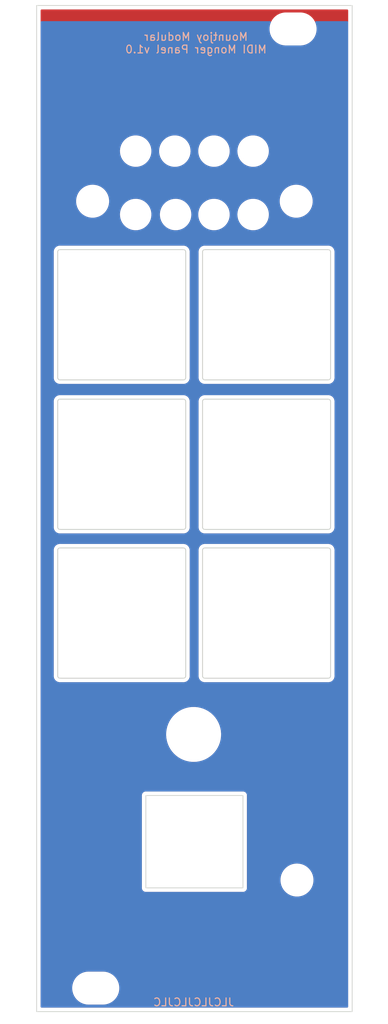
<source format=kicad_pcb>
(kicad_pcb (version 20211014) (generator pcbnew)
  (layers (0 "F.Cu" signal) (31 "B.Cu" signal) (34 "B.Paste" user) (35 "F.Paste" user) (36 "B.SilkS" user "B.Silkscreen") (37 "F.SilkS" user "F.Silkscreen") (38 "B.Mask" user) (39 "F.Mask" user) (44 "Edge.Cuts" user))
  (net 0 "")
  (footprint "Custom_Footprints:LED_Hole_3mm" (layer "F.Cu") (at 113.5 47.6)
    (fp_text reference "Ref**" hide)
    (fp_text value "Subminiature_Switch" hide)
    (pad "" np_thru_hole circle locked (at 0 0) (size 3 3) (drill 3) (layers *.Cu *.Mask))
  )
  (footprint "Custom_Footprints:LED_Hole_3mm" (layer "F.Cu") (at 118.5 47.6)
    (fp_text reference "Ref**" hide)
    (fp_text value "Subminiature_Switch" hide)
    (pad "" np_thru_hole circle locked (at 0 0) (size 3 3) (drill 3) (layers *.Cu *.Mask))
  )
  (footprint "Custom_Footprints:LED_Hole_3mm" (layer "F.Cu") (at 108.5 55.7)
    (fp_text reference "Ref**" hide)
    (fp_text value "Subminiature_Switch" hide)
    (pad "" np_thru_hole circle locked (at 0 0) (size 3 3) (drill 3) (layers *.Cu *.Mask))
  )
  (footprint "Custom_Footprints:LED_Hole_3mm" (layer "F.Cu") (at 118.5 55.7)
    (fp_text reference "Ref**" hide)
    (fp_text value "Subminiature_Switch" hide)
    (pad "" np_thru_hole circle locked (at 0 0) (size 3 3) (drill 3) (layers *.Cu *.Mask))
  )
  (footprint "Custom_Footprints:LED_Hole_3mm" (layer "F.Cu") (at 108.5 47.6)
    (fp_text reference "Ref**" hide)
    (fp_text value "Subminiature_Switch" hide)
    (pad "" np_thru_hole circle locked (at 0 0) (size 3 3) (drill 3) (layers *.Cu *.Mask))
  )
  (footprint "Custom_Footprints:LED_Hole_3mm" (layer "F.Cu") (at 123.5 47.6)
    (fp_text reference "Ref**" hide)
    (fp_text value "Subminiature_Switch" hide)
    (pad "" np_thru_hole circle locked (at 0 0) (size 3 3) (drill 3) (layers *.Cu *.Mask))
  )
  (footprint "Custom_Footprints:LED_Hole_3mm" (layer "F.Cu") (at 113.6 55.7)
    (fp_text reference "Ref**" hide)
    (fp_text value "Subminiature_Switch" hide)
    (pad "" np_thru_hole circle locked (at 0 0) (size 3 3) (drill 3) (layers *.Cu *.Mask))
  )
  (footprint "Custom_Footprints:LED_Hole_3mm" (layer "F.Cu") (at 123.5 55.7)
    (fp_text reference "Ref**" hide)
    (fp_text value "Subminiature_Switch" hide)
    (pad "" np_thru_hole circle locked (at 0 0) (size 3 3) (drill 3) (layers *.Cu *.Mask))
  )
  (footprint "Custom_Footprints:Oval_Mounting_Hole" (layer "F.Cu") (at 103.4 154.5)
    (fp_text reference "Ref**" hide)
    (fp_text value "Oval_Mounting_Hole" hide)
    (pad "" np_thru_hole oval locked (at 0 0) (size 5 3.2) (drill oval 5 3.2) (layers *.Cu *.Mask))
  )
  (footprint "Custom_Footprints:Oval_Mounting_Hole" (layer "F.Cu") (at 128.6 32)
    (fp_text reference "Ref**" hide)
    (fp_text value "Oval_Mounting_Hole" hide)
    (pad "" np_thru_hole oval locked (at 0 0) (size 5 3.2) (drill oval 5 3.2) (layers *.Cu *.Mask))
  )
  (footprint "MIDI_Monger_logos:MongerText" (layer "F.Cu") (at 115.502509 38.0641)
    (fp_text reference "G***" hide)
    (fp_text value "LOGO" hide)
  )
  (footprint "MIDI_Monger_logos:MIDIText" (layer "F.Cu") (at 106.9 34.3)
    (fp_text reference "G***" hide)
    (fp_text value "LOGO" hide)
  )
  (footprint "Custom_Footprints:RJ45_Molex_42878-8506_Mounting_Hole" (layer "F.Cu") (at 106.7 87.6)
    (fp_text reference "FM_In" hide)
    (fp_text value "RJ45_Molex_42878-8506_Mounting_Hole")
    (fp_line (start -8.16 -8.02) (end -8.16 8.02) (layer "Edge.Cuts") (width 0.12))
    (fp_line (start 7.88 8.32) (end -7.88 8.32) (layer "Edge.Cuts") (width 0.12))
    (fp_line (start 8.19 -8.02) (end 8.19 8.02) (layer "Edge.Cuts") (width 0.12))
    (fp_line (start 7.88 -8.32) (end -7.88 -8.32) (layer "Edge.Cuts") (width 0.12))
    (fp_arc (start -7.88 8.32) (mid -8.081749 8.227632) (end -8.16 8.02) (layer "Edge.Cuts") (width 0.12))
    (fp_arc (start 7.88 -8.32) (mid 8.096622 -8.233665) (end 8.19 -8.02) (layer "Edge.Cuts") (width 0.12))
    (fp_arc (start -8.16 -8.02) (mid -8.081443 -8.227347) (end -7.88 -8.32) (layer "Edge.Cuts") (width 0.12))
    (fp_arc (start 8.19 8.02) (mid 8.100917 8.238111) (end 7.88 8.32) (layer "Edge.Cuts") (width 0.12))
  )
  (footprint "Custom_Footprints:RJ45_Molex_42878-8506_Mounting_Hole" (layer "F.Cu") (at 125.2 87.6)
    (fp_text reference "FM_In" hide)
    (fp_text value "RJ45_Molex_42878-8506_Mounting_Hole")
    (fp_line (start -8.16 -8.02) (end -8.16 8.02) (layer "Edge.Cuts") (width 0.12))
    (fp_line (start 7.88 8.32) (end -7.88 8.32) (layer "Edge.Cuts") (width 0.12))
    (fp_line (start 8.19 -8.02) (end 8.19 8.02) (layer "Edge.Cuts") (width 0.12))
    (fp_line (start 7.88 -8.32) (end -7.88 -8.32) (layer "Edge.Cuts") (width 0.12))
    (fp_arc (start -7.88 8.32) (mid -8.081749 8.227632) (end -8.16 8.02) (layer "Edge.Cuts") (width 0.12))
    (fp_arc (start 7.88 -8.32) (mid 8.096622 -8.233665) (end 8.19 -8.02) (layer "Edge.Cuts") (width 0.12))
    (fp_arc (start -8.16 -8.02) (mid -8.081443 -8.227347) (end -7.88 -8.32) (layer "Edge.Cuts") (width 0.12))
    (fp_arc (start 8.19 8.02) (mid 8.100917 8.238111) (end 7.88 8.32) (layer "Edge.Cuts") (width 0.12))
  )
  (footprint "Custom_Footprints:Thonkiconn_Socket_MountingHole_6mm" (layer "F.Cu") (at 115.9 122.1 180)
    (fp_text reference "Ref**" hide)
    (fp_text value "Thonkiconn_Socket_MountingHole_6mm" hide)
    (pad "" np_thru_hole circle locked (at 0 0 180) (size 6 6) (drill 6) (layers F&B.Cu *.Mask))
  )
  (footprint "Custom_Footprints:RJ45_Molex_42878-8506_Mounting_Hole" (layer "F.Cu") (at 125.2 68.5)
    (fp_text reference "FM_In" hide)
    (fp_text value "RJ45_Molex_42878-8506_Mounting_Hole")
    (fp_line (start -8.16 -8.02) (end -8.16 8.02) (layer "Edge.Cuts") (width 0.12))
    (fp_line (start 7.88 8.32) (end -7.88 8.32) (layer "Edge.Cuts") (width 0.12))
    (fp_line (start 8.19 -8.02) (end 8.19 8.02) (layer "Edge.Cuts") (width 0.12))
    (fp_line (start 7.88 -8.32) (end -7.88 -8.32) (layer "Edge.Cuts") (width 0.12))
    (fp_arc (start -7.88 8.32) (mid -8.081749 8.227632) (end -8.16 8.02) (layer "Edge.Cuts") (width 0.12))
    (fp_arc (start 7.88 -8.32) (mid 8.096622 -8.233665) (end 8.19 -8.02) (layer "Edge.Cuts") (width 0.12))
    (fp_arc (start -8.16 -8.02) (mid -8.081443 -8.227347) (end -7.88 -8.32) (layer "Edge.Cuts") (width 0.12))
    (fp_arc (start 8.19 8.02) (mid 8.100917 8.238111) (end 7.88 8.32) (layer "Edge.Cuts") (width 0.12))
  )
  (footprint "Custom_Footprints:USB_B_CUTOUT" (layer "F.Cu") (at 116 135.8)
    (fp_text reference "USB**" hide)
    (fp_text value "USB_B_CUTOUT" hide)
    (fp_rect (start -6.2 -5.9) (end 6.2 5.9) (layer "Edge.Cuts") (width 0.1) (fill none))
  )
  (footprint "kibuzzard-63FE2BC1" (layer "F.Cu") (at 116 146.8)
    (fp_text reference "kibuzzard-63FE2BC1" hide)
    (fp_text value "G***" hide)
  )
  (footprint "kibuzzard-63FE2B20" (layer "F.Cu") (at 102.3 122.5)
    (fp_text reference "kibuzzard-63FE2B20" hide)
    (fp_text value "G***" hide)
  )
  (footprint "Custom_Footprints:RJ45_Molex_42878-8506_Mounting_Hole" (layer "F.Cu") (at 125.2 106.6)
    (fp_text reference "FM_In" hide)
    (fp_text value "RJ45_Molex_42878-8506_Mounting_Hole")
    (fp_line (start -8.16 -8.02) (end -8.16 8.02) (layer "Edge.Cuts") (width 0.12))
    (fp_line (start 7.88 8.32) (end -7.88 8.32) (layer "Edge.Cuts") (width 0.12))
    (fp_line (start 8.19 -8.02) (end 8.19 8.02) (layer "Edge.Cuts") (width 0.12))
    (fp_line (start 7.88 -8.32) (end -7.88 -8.32) (layer "Edge.Cuts") (width 0.12))
    (fp_arc (start -7.88 8.32) (mid -8.081749 8.227632) (end -8.16 8.02) (layer "Edge.Cuts") (width 0.12))
    (fp_arc (start 7.88 -8.32) (mid 8.096622 -8.233665) (end 8.19 -8.02) (layer "Edge.Cuts") (width 0.12))
    (fp_arc (start -8.16 -8.02) (mid -8.081443 -8.227347) (end -7.88 -8.32) (layer "Edge.Cuts") (width 0.12))
    (fp_arc (start 8.19 8.02) (mid 8.100917 8.238111) (end 7.88 8.32) (layer "Edge.Cuts") (width 0.12))
  )
  (footprint "Custom_Footprints:RJ45_Molex_42878-8506_Mounting_Hole" (layer "F.Cu") (at 106.7 68.5)
    (fp_text reference "FM_In" hide)
    (fp_text value "RJ45_Molex_42878-8506_Mounting_Hole")
    (fp_line (start -8.16 -8.02) (end -8.16 8.02) (layer "Edge.Cuts") (width 0.12))
    (fp_line (start 7.88 8.32) (end -7.88 8.32) (layer "Edge.Cuts") (width 0.12))
    (fp_line (start 8.19 -8.02) (end 8.19 8.02) (layer "Edge.Cuts") (width 0.12))
    (fp_line (start 7.88 -8.32) (end -7.88 -8.32) (layer "Edge.Cuts") (width 0.12))
    (fp_arc (start -7.88 8.32) (mid -8.081749 8.227632) (end -8.16 8.02) (layer "Edge.Cuts") (width 0.12))
    (fp_arc (start 7.88 -8.32) (mid 8.096622 -8.233665) (end 8.19 -8.02) (layer "Edge.Cuts") (width 0.12))
    (fp_arc (start -8.16 -8.02) (mid -8.081443 -8.227347) (end -7.88 -8.32) (layer "Edge.Cuts") (width 0.12))
    (fp_arc (start 8.19 8.02) (mid 8.100917 8.238111) (end 7.88 8.32) (layer "Edge.Cuts") (width 0.12))
  )
  (footprint "MountingHole:MountingHole_3.2mm_M3_ISO14580" (layer "F.Cu") (at 129.1 140.7)
    (fp_text reference "H3" hide)
    (fp_text value "MountingHole")
    (pad "" np_thru_hole circle (at 0 0) (size 3.2 3.2) (drill 3.2) (layers F&B.Cu *.Mask))
  )
  (footprint "kibuzzard-63FE2B68" (layer "F.Cu") (at 129.6 122.5)
    (fp_text reference "kibuzzard-63FE2B68" hide)
    (fp_text value "G***" hide)
  )
  (footprint "Custom_Footprints:RJ45_Molex_42878-8506_Mounting_Hole" (layer "F.Cu") (at 106.7 106.6)
    (fp_text reference "FM_In" hide)
    (fp_text value "RJ45_Molex_42878-8506_Mounting_Hole")
    (fp_line (start -8.16 -8.02) (end -8.16 8.02) (layer "Edge.Cuts") (width 0.12))
    (fp_line (start 7.88 8.32) (end -7.88 8.32) (layer "Edge.Cuts") (width 0.12))
    (fp_line (start 8.19 -8.02) (end 8.19 8.02) (layer "Edge.Cuts") (width 0.12))
    (fp_line (start 7.88 -8.32) (end -7.88 -8.32) (layer "Edge.Cuts") (width 0.12))
    (fp_arc (start -7.88 8.32) (mid -8.081749 8.227632) (end -8.16 8.02) (layer "Edge.Cuts") (width 0.12))
    (fp_arc (start 7.88 -8.32) (mid 8.096622 -8.233665) (end 8.19 -8.02) (layer "Edge.Cuts") (width 0.12))
    (fp_arc (start -8.16 -8.02) (mid -8.081443 -8.227347) (end -7.88 -8.32) (layer "Edge.Cuts") (width 0.12))
    (fp_arc (start 8.19 8.02) (mid 8.100917 8.238111) (end 7.88 8.32) (layer "Edge.Cuts") (width 0.12))
  )
  (footprint "MountingHole:MountingHole_3.2mm_M3_ISO14580" (layer "F.Cu") (at 129 54.4)
    (fp_text reference "H2" hide)
    (fp_text value "MountingHole")
    (pad "" np_thru_hole circle (at 0 0) (size 3.2 3.2) (drill 3.2) (layers F&B.Cu *.Mask))
  )
  (footprint "MountingHole:MountingHole_3.2mm_M3_ISO14580" (layer "F.Cu") (at 103 54)
    (fp_text reference "H1" hide)
    (fp_text value "MountingHole")
    (pad "" np_thru_hole circle (at 0 0) (size 3.2 3.2) (drill 3.2) (layers F&B.Cu *.Mask))
  )
  (gr_rect (start 95.85 29) (end 136.15 157.5) (layer "Edge.Cuts") (width 0.1) (fill none))
  (gr_text "JLCJLCJLCJLC" (at 115.9 156.3) (layer "B.SilkS") (effects (font (size 1 1)) (justify mirror)))
  (gr_text "Mountjoy Modular\nMIDI Monger Panel v1.0" (at 116.2 33.8) (layer "B.SilkS") (effects (font (size 1 1)) (justify mirror)))
  (zone (net 0) (net_name "") (layer "F.Cu") (connect_pads (clearance 0.508)) (min_thickness 0.254) (fill yes (thermal_gap 0.508) (thermal_bridge_width 0.508))
    (polygon (pts (xy 138 158.8) (xy 94.9 158.8) (xy 94.9 28.3) (xy 138 28.3)))
  )
  (zone (net 0) (net_name "") (layer "B.Cu") (connect_pads (clearance 0.508)) (min_thickness 0.254) (fill yes (thermal_gap 0.508) (thermal_bridge_width 0.508))
    (polygon (pts (xy 96 31) (xy 136 31) (xy 136 159.1) (xy 96 159.1)))
  )
)
</source>
